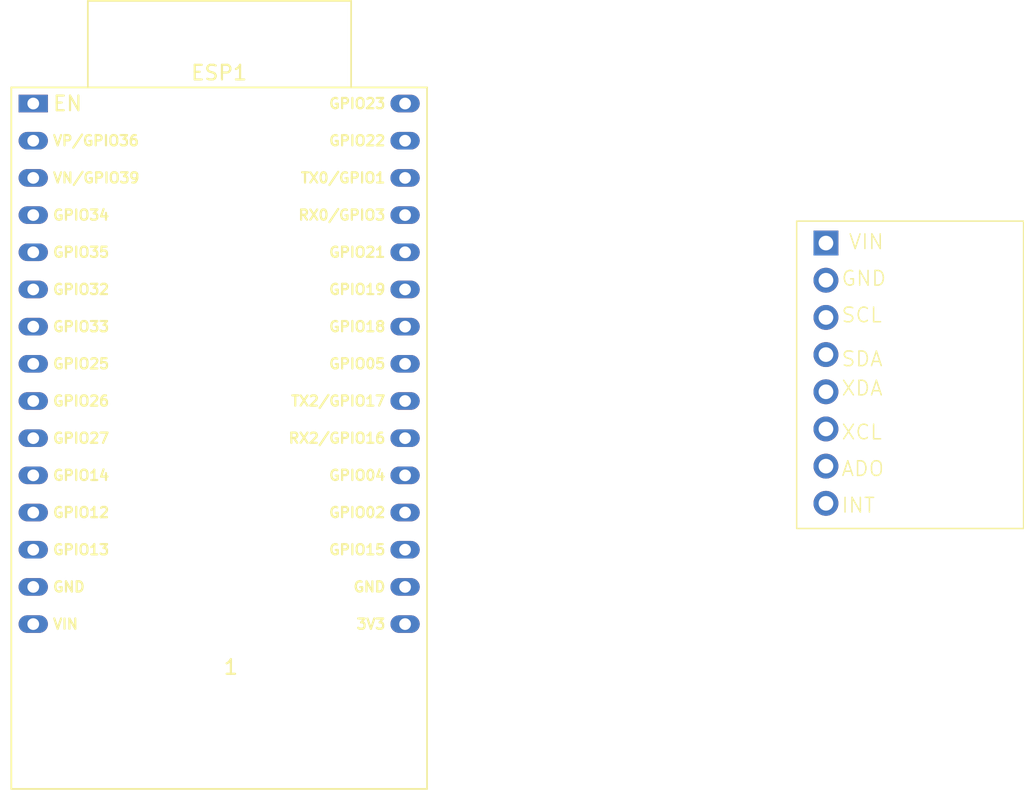
<source format=kicad_pcb>
(kicad_pcb (version 20241229) (generator "pcbnew") (generator_version "9.0")
  (layers (0 "F.Cu" signal) (2 "B.Cu" signal) (13 "F.Paste" user) (15 "B.Paste" user) (5 "F.SilkS" user "F.Silkscreen") (7 "B.SilkS" user "B.Silkscreen") (1 "F.Mask" user) (3 "B.Mask" user) (25 "Edge.Cuts" user))
  (net 0 "")
  (net 27 "Net-(MPU1-GND)")
  (net 28 "Net-(ESP1-GPIO22)")
  (net 29 "Net-(ESP1-3V)")
  (net 30 "Net-(ESP1-GPIO21)")
  (footprint "UserDefined:ESP32-DEVKITV1-Paul" (layer "F.Cu") (at 136.45 78.79)
    (property "Reference" "ESP1" (at 12.7 -2.1 0) (layer "F.SilkS"))
    (property "Value" "1" (at 13.5 38.5 180) (layer "F.SilkS"))
    (fp_line (start -1.5 46.82) (end 26.899999 46.82) (stroke (width 0.12)) (layer "F.SilkS"))
    (fp_line (start -1.499999 -1.1) (end -1.5 46.82) (stroke (width 0.12)) (layer "F.SilkS"))
    (fp_line (start 3.73012 -7.01312) (end 21.71332 -7.01312) (stroke (width 0.12)) (layer "F.SilkS"))
    (fp_line (start 3.73012 -1.12032) (end 3.73012 -7.01312) (stroke (width 0.12)) (layer "F.SilkS"))
    (fp_line (start 21.71332 -7.01312) (end 21.71332 -1.12032) (stroke (width 0.12)) (layer "F.SilkS"))
    (fp_line (start 26.899999 46.82) (end 26.9 -1.1) (stroke (width 0.12)) (layer "F.SilkS"))
    (fp_line (start 26.9 -1.1) (end -1.499999 -1.1) (stroke (width 0.12)) (layer "F.SilkS"))
    (fp_text user "VN/GPIO39" (at 1.27 5.08 0) (layer "F.SilkS") (effects (font (size 0.7 0.7)) (justify left)))
    (fp_text user "GPIO27" (at 1.27 22.86 0) (layer "F.SilkS") (effects (font (size 0.7 0.7)) (justify left)))
    (fp_text user "GPIO21" (at 24.13 10.16 0) (layer "F.SilkS") (effects (font (size 0.7 0.7)) (justify right)))
    (fp_text user "GPIO23" (at 24.13 0 0) (layer "F.SilkS") (effects (font (size 0.7 0.7)) (justify right)))
    (fp_text user "VIN" (at 1.27 35.56 0) (layer "F.SilkS") (effects (font (size 0.7 0.7)) (justify left)))
    (fp_text user "GPIO15" (at 24.13 30.48 0) (layer "F.SilkS") (effects (font (size 0.7 0.7)) (justify right)))
    (fp_text user "GPIO12" (at 1.27 27.94 0) (layer "F.SilkS") (effects (font (size 0.7 0.7)) (justify left)))
    (fp_text user "GPIO26" (at 1.27 20.32 0) (layer "F.SilkS") (effects (font (size 0.7 0.7)) (justify left)))
    (fp_text user "GPIO18" (at 24.13 15.24 0) (layer "F.SilkS") (effects (font (size 0.7 0.7)) (justify right)))
    (fp_text user "GND" (at 24.13 33.02 0) (layer "F.SilkS") (effects (font (size 0.7 0.7)) (justify right)))
    (fp_text user "GPIO13" (at 1.27 30.48 0) (layer "F.SilkS") (effects (font (size 0.7 0.7)) (justify left)))
    (fp_text user "VP/GPIO36" (at 1.27 2.53728 0) (layer "F.SilkS") (effects (font (size 0.7 0.7)) (justify left)))
    (fp_text user "EN" (at 1.27 0 0) (layer "F.SilkS") (effects (justify left)))
    (fp_text user "TX2/GPIO17" (at 24.13 20.32 0) (layer "F.SilkS") (effects (font (size 0.7 0.7)) (justify right)))
    (fp_text user "GPIO04" (at 24.13 25.4 0) (layer "F.SilkS") (effects (font (size 0.7 0.7)) (justify right)))
    (fp_text user "GPIO22" (at 24.13 2.54 0) (layer "F.SilkS") (effects (font (size 0.7 0.7)) (justify right)))
    (fp_text user "RX0/GPIO3" (at 24.13 7.62 0) (layer "F.SilkS") (effects (font (size 0.7 0.7)) (justify right)))
    (fp_text user "GPIO25" (at 1.27 17.78 0) (layer "F.SilkS") (effects (font (size 0.7 0.7)) (justify left)))
    (fp_text user "GPIO19" (at 24.13 12.7 0) (layer "F.SilkS") (effects (font (size 0.7 0.7)) (justify right)))
    (fp_text user "GPIO33" (at 1.27 15.24 0) (layer "F.SilkS") (effects (font (size 0.7 0.7)) (justify left)))
    (fp_text user "GPIO14" (at 1.27 25.4 0) (layer "F.SilkS") (effects (font (size 0.7 0.7)) (justify left)))
    (fp_text user "RX2/GPIO16" (at 24.13 22.86 0) (layer "F.SilkS") (effects (font (size 0.7 0.7)) (justify right)))
    (fp_text user "GPIO34" (at 1.27 7.62 0) (layer "F.SilkS") (effects (font (size 0.7 0.7)) (justify left)))
    (fp_text user "GND" (at 1.27 33.02 0) (layer "F.SilkS") (effects (font (size 0.7 0.7)) (justify left)))
    (fp_text user "GPIO35" (at 1.27 10.16 0) (layer "F.SilkS") (effects (font (size 0.7 0.7)) (justify left)))
    (fp_text user "3V3" (at 24.13 35.56 0) (layer "F.SilkS") (effects (font (size 0.7 0.7)) (justify right)))
    (fp_text user "GPIO05" (at 24.13 17.78 0) (layer "F.SilkS") (effects (font (size 0.7 0.7)) (justify right)))
    (fp_text user "TX0/GPIO1" (at 24.13 5.08 0) (layer "F.SilkS") (effects (font (size 0.7 0.7)) (justify right)))
    (fp_text user "GPIO32" (at 1.27 12.7 0) (layer "F.SilkS") (effects (font (size 0.7 0.7)) (justify left)))
    (fp_text user "GPIO02" (at 24.13 27.94 0) (layer "F.SilkS") (effects (font (size 0.7 0.7)) (justify right)))
    (pad "1" thru_hole oval (at 25.4 5.08 270) (size 1.2 2) (drill 0.8) (layers "*.Cu" "*.Mask"))
    (pad "2" thru_hole oval (at 25.4 27.94 270) (size 1.2 2) (drill 0.8) (layers "*.Cu" "*.Mask"))
    (pad "3" thru_hole oval (at 25.4 7.62 270) (size 1.2 2) (drill 0.8) (layers "*.Cu" "*.Mask"))
    (pad "4" thru_hole oval (at 25.4 25.4 270) (size 1.2 2) (drill 0.8) (layers "*.Cu" "*.Mask"))
    (pad "5" thru_hole oval (at 25.4 17.78 270) (size 1.2 2) (drill 0.8) (layers "*.Cu" "*.Mask"))
    (pad "12" thru_hole oval (at 0 27.94 270) (size 1.2 2) (drill 0.8) (layers "*.Cu" "*.Mask"))
    (pad "13" thru_hole oval (at 0 30.48 270) (size 1.2 2) (drill 0.8) (layers "*.Cu" "*.Mask"))
    (pad "14" thru_hole oval (at 0 25.4 270) (size 1.2 2) (drill 0.8) (layers "*.Cu" "*.Mask"))
    (pad "15" thru_hole oval (at 25.4 30.48 270) (size 1.2 2) (drill 0.8) (layers "*.Cu" "*.Mask"))
    (pad "16" thru_hole oval (at 25.4 22.86 270) (size 1.2 2) (drill 0.8) (layers "*.Cu" "*.Mask"))
    (pad "17" thru_hole oval (at 25.4 20.32 270) (size 1.2 2) (drill 0.8) (layers "*.Cu" "*.Mask"))
    (pad "18" thru_hole oval (at 25.4 15.24 270) (size 1.2 2) (drill 0.8) (layers "*.Cu" "*.Mask"))
    (pad "19" thru_hole oval (at 25.4 12.7 270) (size 1.2 2) (drill 0.8) (layers "*.Cu" "*.Mask"))
    (pad "21" thru_hole oval (at 25.4 10.16 270) (size 1.2 2) (drill 0.8) (layers "*.Cu" "*.Mask") (net 30 "Net-(ESP1-GPIO21)"))
    (pad "22" thru_hole oval (at 25.4 2.54 270) (size 1.2 2) (drill 0.8) (layers "*.Cu" "*.Mask") (net 28 "Net-(ESP1-GPIO22)"))
    (pad "23" thru_hole oval (at 25.4 0 270) (size 1.2 2) (drill 0.8) (layers "*.Cu" "*.Mask"))
    (pad "25" thru_hole oval (at 0 17.78 270) (size 1.2 2) (drill 0.8) (layers "*.Cu" "*.Mask"))
    (pad "26" thru_hole oval (at 0 20.32 270) (size 1.2 2) (drill 0.8) (layers "*.Cu" "*.Mask"))
    (pad "27" thru_hole oval (at 0 22.86 270) (size 1.2 2) (drill 0.8) (layers "*.Cu" "*.Mask"))
    (pad "32" thru_hole oval (at 0 12.7 270) (size 1.2 2) (drill 0.8) (layers "*.Cu" "*.Mask"))
    (pad "33" thru_hole oval (at 0 15.24 270) (size 1.2 2) (drill 0.8) (layers "*.Cu" "*.Mask"))
    (pad "34" thru_hole oval (at 0 7.62 270) (size 1.2 2) (drill 0.8) (layers "*.Cu" "*.Mask"))
    (pad "35" thru_hole oval (at 0 10.16 270) (size 1.2 2) (drill 0.8) (layers "*.Cu" "*.Mask"))
    (pad "36" thru_hole oval (at 0 2.54 270) (size 1.2 2) (drill 0.8) (layers "*.Cu" "*.Mask"))
    (pad "39" thru_hole oval (at 0 5.08 270) (size 1.2 2) (drill 0.8) (layers "*.Cu" "*.Mask"))
    (pad "50" thru_hole rect (at 0 0 270) (size 1.2 2) (drill 0.8) (layers "*.Cu" "*.Mask"))
    (pad "51" thru_hole oval (at 0 33.02 270) (size 1.2 2) (drill 0.8) (layers "*.Cu" "*.Mask"))
    (pad "52" thru_hole oval (at 0 35.56 270) (size 1.2 2) (drill 0.8) (layers "*.Cu" "*.Mask"))
    (pad "53" thru_hole oval (at 25.4 33.02 270) (size 1.2 2) (drill 0.8) (layers "*.Cu" "*.Mask") (net 27 "Net-(MPU1-GND)"))
    (pad "54" thru_hole oval (at 25.4 35.56 270) (size 1.2 2) (drill 0.8) (layers "*.Cu" "*.Mask") (net 29 "Net-(ESP1-3V)"))
  )
  (footprint "UserDefined:MPU6050HiLetGO" (layer "F.Cu") (at 188.6 86.82)
    (property "Reference" "MPU1" (hide yes))
    (property "Value" "1")
    (fp_rect (start 0 0) (end 15.5 21) (stroke (width 0.1)) (fill no) (layer "F.SilkS"))
    (fp_text user "VIN" (at 3.5 2 0) (layer "F.SilkS") (effects (font (thickness 0.1)) (justify left bottom)))
    (fp_text user "INT" (at 3 20 0) (layer "F.SilkS") (effects (font (thickness 0.1)) (justify left bottom)))
    (fp_text user "SCL" (at 3 7 0) (layer "F.SilkS") (effects (font (thickness 0.1)) (justify left bottom)))
    (fp_text user "SDA" (at 3 10 0) (layer "F.SilkS") (effects (font (thickness 0.1)) (justify left bottom)))
    (fp_text user "GND" (at 3 4.5 0) (layer "F.SilkS") (effects (font (thickness 0.1)) (justify left bottom)))
    (fp_text user "XCL" (at 3 15 0) (layer "F.SilkS") (effects (font (thickness 0.1)) (justify left bottom)))
    (fp_text user "XDA" (at 3 12 0) (layer "F.SilkS") (effects (font (thickness 0.1)) (justify left bottom)))
    (fp_text user "ADO" (at 3 17.5 0) (layer "F.SilkS") (effects (font (thickness 0.1)) (justify left bottom)))
    (pad "1" thru_hole rect (at 2 1.5) (size 1.7 1.7) (drill 1) (layers "*.Cu" "*.Mask") (net 29 "Net-(ESP1-3V)"))
    (pad "2" thru_hole circle (at 2 4.04) (size 1.7 1.7) (drill 1) (layers "*.Cu" "*.Mask") (net 27 "Net-(MPU1-GND)"))
    (pad "3" thru_hole circle (at 2 6.58) (size 1.7 1.7) (drill 1) (layers "*.Cu" "*.Mask") (net 28 "Net-(ESP1-GPIO22)"))
    (pad "4" thru_hole circle (at 2 9.12) (size 1.7 1.7) (drill 1) (layers "*.Cu" "*.Mask") (net 30 "Net-(ESP1-GPIO21)"))
    (pad "5" thru_hole circle (at 2 11.66) (size 1.7 1.7) (drill 1) (layers "*.Cu" "*.Mask"))
    (pad "6" thru_hole circle (at 2 14.2) (size 1.7 1.7) (drill 1) (layers "*.Cu" "*.Mask"))
    (pad "7" thru_hole circle (at 2 16.74) (size 1.7 1.7) (drill 1) (layers "*.Cu" "*.Mask"))
    (pad "8" thru_hole circle (at 2 19.28) (size 1.7 1.7) (drill 1) (layers "*.Cu" "*.Mask"))
  )
)
</source>
